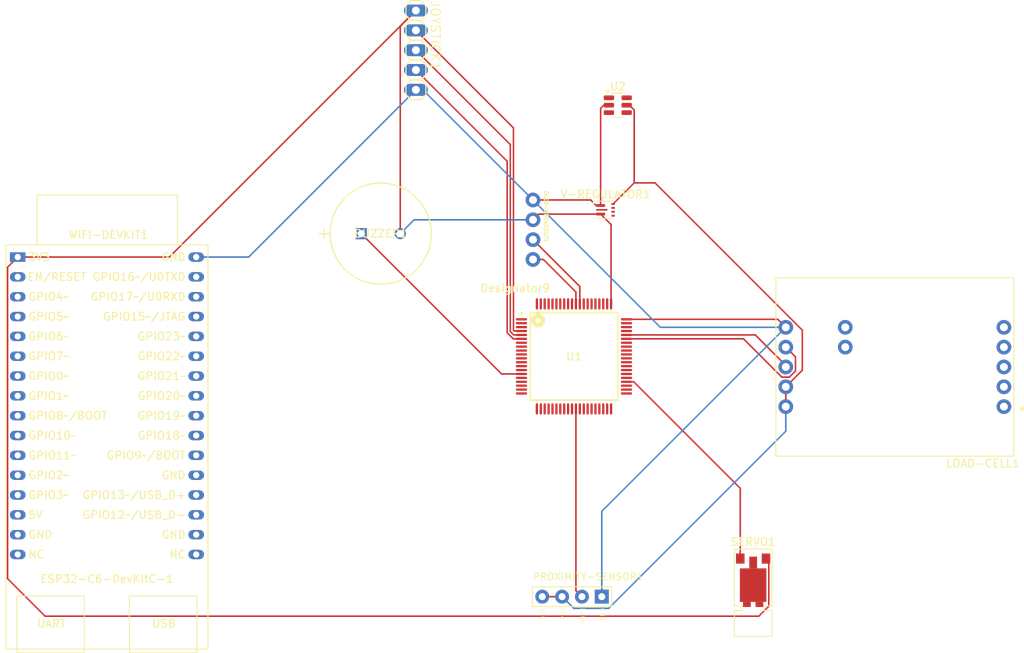
<source format=kicad_pcb>
(kicad_pcb (version 20241229) (generator "pcbnew") (generator_version "9.0")
  (layers (0 "F.Cu" signal) (2 "B.Cu" signal) (13 "F.Paste" user) (15 "B.Paste" user) (5 "F.SilkS" user "F.Silkscreen") (7 "B.SilkS" user "B.Silkscreen") (1 "F.Mask" user) (3 "B.Mask" user) (25 "Edge.Cuts" user))
  (net 0 "")
  (net 1 "Net-(U1-P8.0)")
  (net 2 "/SEL")
  (net 3 "/X")
  (net 4 "/Y")
  (net 5 "Net-(U1-P4.0_A8)")
  (net 6 "Net-(LOAD-CELL1-DAT)")
  (net 7 "Net-(LOAD-CELL1-CLK)")
  (net 15 "Net-(OLED-BREAKOUT1-SDA)")
  (net 16 "Net-(OLED-BREAKOUT1-SCL)")
  (net 17 "Net-(SERVO1-PWM)")
  (net 52 "/VCC")
  (net 53 "/GND")
  (net 54 "Net-(LOAD-CELL1-VCC)")
  (footprint "Motors:Vybronics_VZ30C1T8219732L" (layer "F.Cu") (at 166.2 134.475)
    (property "Reference" "SERVO1" (at 0 -6.5 0) (layer "F.SilkS"))
    (property "Value" "Motor_Servo")
    (fp_line (start -2.4 -5.55) (end -1.05 -5.55) (stroke (width 0.12)) (layer "F.SilkS"))
    (fp_line (start -2.4 -5.2) (end -2.4 -5.55) (stroke (width 0.12)) (layer "F.SilkS"))
    (fp_line (start -2.4 1.7) (end -2.4 -5.2) (stroke (width 0.12)) (layer "F.SilkS"))
    (fp_line (start -2.4 2.3) (end -1.4 2.3) (stroke (width 0.12)) (layer "F.SilkS"))
    (fp_line (start -2.4 5.6) (end -2.4 2.3) (stroke (width 0.12)) (layer "F.SilkS"))
    (fp_line (start -1.4 1.7) (end -2.4 1.7) (stroke (width 0.12)) (layer "F.SilkS"))
    (fp_line (start -1.4 2.3) (end -1.4 1.7) (stroke (width 0.12)) (layer "F.SilkS"))
    (fp_line (start -1.05 -5.6) (end 1.05 -5.6) (stroke (width 0.12)) (layer "F.SilkS"))
    (fp_line (start -1.05 -5.55) (end -1.05 -5.6) (stroke (width 0.12)) (layer "F.SilkS"))
    (fp_line (start 1.05 -5.6) (end 1.05 -5.55) (stroke (width 0.12)) (layer "F.SilkS"))
    (fp_line (start 1.05 -5.55) (end 2.4 -5.55) (stroke (width 0.12)) (layer "F.SilkS"))
    (fp_line (start 1.4 1.7) (end 1.4 2.3) (stroke (width 0.12)) (layer "F.SilkS"))
    (fp_line (start 1.4 2.3) (end 2.4 2.3) (stroke (width 0.12)) (layer "F.SilkS"))
    (fp_line (start 2.4 -5.55) (end 2.4 -5.2) (stroke (width 0.12)) (layer "F.SilkS"))
    (fp_line (start 2.4 -5.2) (end 2.4 1.7) (stroke (width 0.12)) (layer "F.SilkS"))
    (fp_line (start 2.4 1.7) (end 1.4 1.7) (stroke (width 0.12)) (layer "F.SilkS"))
    (fp_line (start 2.4 2.3) (end 2.4 5.6) (stroke (width 0.12)) (layer "F.SilkS"))
    (fp_line (start 2.4 5.6) (end -2.4 5.6) (stroke (width 0.12)) (layer "F.SilkS"))
    (pad "1" smd rect (at -1.65 -4.35 270) (size 1.3 1.1) (layers "F.Cu" "F.Mask" "F.Paste") (net 17 "Net-(SERVO1-PWM)"))
    (pad "2" smd rect (at 1.65 -4.35 270) (size 1.3 1.1) (layers "F.Cu" "F.Mask" "F.Paste") (net 52 "/VCC"))
    (pad "SH" smd rect (at -0.8 1.525) (size 1 0.65) (layers "F.Cu" "F.Mask" "F.Paste"))
    (pad "SH" smd rect (at 0 -3.85 270) (size 1.5 1) (layers "F.Cu" "F.Mask" "F.Paste"))
    (pad "SH" smd rect (at 0 -0.95 270) (size 4.3 3.4) (layers "F.Cu" "F.Mask"))
    (pad "SH" smd rect (at 0.8 1.525) (size 1 0.65) (layers "F.Cu" "F.Mask" "F.Paste"))
  )
  (footprint "Parts:SPARKFUN_SEN-13879" (layer "F.Cu") (at 184.35 105.58 180)
    (property "Reference" "LOAD-CELL1" (at -11.2657 -12.35574 0) (layer "F.SilkS") (effects (font (size 1.000063 1.000063))))
    (property "Value" "SEN-13879")
    (fp_line (start 15.24 11.43) (end -15.24 11.43) (stroke (width 0.127)) (layer "F.SilkS"))
    (fp_line (start 15.24 -11.43) (end 15.24 11.43) (stroke (width 0.127)) (layer "F.SilkS"))
    (fp_line (start -15.24 11.43) (end -15.24 -11.43) (stroke (width 0.127)) (layer "F.SilkS"))
    (fp_line (start -15.24 -11.43) (end 15.24 -11.43) (stroke (width 0.127)) (layer "F.SilkS"))
    (fp_circle (center -16.256 -5.334) (end -16.106 -5.334) (stroke (width 0.3)) (fill no) (layer "F.SilkS"))
    (pad "1" thru_hole circle (at -13.97 -5.08 180) (size 1.8796 1.8796) (drill 1.016) (layers "*.Cu" "*.Mask"))
    (pad "2" thru_hole circle (at -13.97 -2.54 180) (size 1.8796 1.8796) (drill 1.016) (layers "*.Cu" "*.Mask"))
    (pad "3" thru_hole circle (at -13.97 0 180) (size 1.8796 1.8796) (drill 1.016) (layers "*.Cu" "*.Mask"))
    (pad "4" thru_hole circle (at -13.97 2.54 180) (size 1.8796 1.8796) (drill 1.016) (layers "*.Cu" "*.Mask"))
    (pad "5" thru_hole circle (at -13.97 5.08 180) (size 1.8796 1.8796) (drill 1.016) (layers "*.Cu" "*.Mask"))
    (pad "6" thru_hole circle (at 13.97 5.08 180) (size 1.8796 1.8796) (drill 1.016) (layers "*.Cu" "*.Mask") (net 53 "/GND"))
    (pad "7" thru_hole circle (at 13.97 2.54 180) (size 1.8796 1.8796) (drill 1.016) (layers "*.Cu" "*.Mask") (net 7 "Net-(LOAD-CELL1-CLK)"))
    (pad "8" thru_hole circle (at 13.97 0 180) (size 1.8796 1.8796) (drill 1.016) (layers "*.Cu" "*.Mask") (net 6 "Net-(LOAD-CELL1-DAT)"))
    (pad "9" thru_hole circle (at 13.97 -2.54 180) (size 1.8796 1.8796) (drill 1.016) (layers "*.Cu" "*.Mask") (net 54 "Net-(LOAD-CELL1-VCC)"))
    (pad "10" thru_hole circle (at 13.97 -5.08 180) (size 1.8796 1.8796) (drill 1.016) (layers "*.Cu" "*.Mask") (net 54 "Net-(LOAD-CELL1-VCC)"))
    (pad "11" thru_hole circle (at 6.35 2.54 180) (size 1.8796 1.8796) (drill 1.016) (layers "*.Cu" "*.Mask"))
    (pad "12" thru_hole circle (at 6.35 5.08 180) (size 1.8796 1.8796) (drill 1.016) (layers "*.Cu" "*.Mask"))
  )
  (footprint "MSP430FR5994:PN0080A_N" (layer "F.Cu") (at 143.25 104.225001)
    (property "Reference" "U1" (at 0 0 0) (layer "F.SilkS"))
    (property "Value" "MSP430FR5994IPN")
    (fp_line (start -5.600001 -5.600001) (end 5.599999 -5.600001) (stroke (width 0.2)) (layer "F.SilkS"))
    (fp_line (start -5.600001 5.599999) (end -5.600001 -5.600001) (stroke (width 0.2)) (layer "F.SilkS"))
    (fp_line (start -5.600001 5.599999) (end 5.599999 5.599999) (stroke (width 0.2)) (layer "F.SilkS"))
    (fp_line (start 5.599999 5.599999) (end 5.599999 -5.600001) (stroke (width 0.2)) (layer "F.SilkS"))
    (fp_circle (center -6.725001 -5.449999) (end -6.6 -5.449999) (stroke (width 0.25)) (fill no) (layer "F.SilkS"))
    (fp_circle (center -4.600001 -4.600001) (end -4.300002 -4.600001) (stroke (width 0.6)) (fill no) (layer "F.SilkS"))
    (fp_text user "Designator9" (at -7.5438 -8.7376 0) (layer "F.SilkS"))
    (pad "1" smd oval (at -6.725001 -4.750001 90) (size 0.299999 1.45) (layers "F.Cu" "F.Mask" "F.Paste"))
    (pad "2" smd oval (at -6.725001 -4.250002 90) (size 0.299999 1.45) (layers "F.Cu" "F.Mask" "F.Paste"))
    (pad "3" smd oval (at -6.725001 -3.75 90) (size 0.299999 1.45) (layers "F.Cu" "F.Mask" "F.Paste"))
    (pad "4" smd oval (at -6.725001 -3.250001 90) (size 0.299999 1.45) (layers "F.Cu" "F.Mask" "F.Paste") (net 3 "/X"))
    (pad "5" smd oval (at -6.725001 -2.75 90) (size 0.299999 1.45) (layers "F.Cu" "F.Mask" "F.Paste") (net 4 "/Y"))
    (pad "6" smd oval (at -6.725001 -2.250001 90) (size 0.299999 1.45) (layers "F.Cu" "F.Mask" "F.Paste") (net 2 "/SEL"))
    (pad "7" smd oval (at -6.725001 -1.750002 90) (size 0.299999 1.45) (layers "F.Cu" "F.Mask" "F.Paste"))
    (pad "8" smd oval (at -6.725001 -1.25 90) (size 0.299999 1.45) (layers "F.Cu" "F.Mask" "F.Paste"))
    (pad "9" smd oval (at -6.725001 -0.750001 90) (size 0.299999 1.45) (layers "F.Cu" "F.Mask" "F.Paste"))
    (pad "10" smd oval (at -6.725001 -0.25 90) (size 0.299999 1.45) (layers "F.Cu" "F.Mask" "F.Paste"))
    (pad "11" smd oval (at -6.725001 0.25 90) (size 0.299999 1.45) (layers "F.Cu" "F.Mask" "F.Paste"))
    (pad "12" smd oval (at -6.725001 0.749998 90) (size 0.299999 1.45) (layers "F.Cu" "F.Mask" "F.Paste"))
    (pad "13" smd oval (at -6.725001 1.25 90) (size 0.299999 1.45) (layers "F.Cu" "F.Mask" "F.Paste"))
    (pad "14" smd oval (at -6.725001 1.749999 90) (size 0.299999 1.45) (layers "F.Cu" "F.Mask" "F.Paste"))
    (pad "15" smd oval (at -6.725001 2.250001 90) (size 0.299999 1.45) (layers "F.Cu" "F.Mask" "F.Paste") (net 1 "Net-(U1-P8.0)"))
    (pad "16" smd oval (at -6.725001 2.75 90) (size 0.299999 1.45) (layers "F.Cu" "F.Mask" "F.Paste"))
    (pad "17" smd oval (at -6.725001 3.249999 90) (size 0.299999 1.45) (layers "F.Cu" "F.Mask" "F.Paste"))
    (pad "18" smd oval (at -6.725001 3.75 90) (size 0.299999 1.45) (layers "F.Cu" "F.Mask" "F.Paste"))
    (pad "19" smd oval (at -6.725001 4.249999 90) (size 0.299999 1.45) (layers "F.Cu" "F.Mask" "F.Paste"))
    (pad "20" smd oval (at -6.725001 4.750001 90) (size 0.299999 1.45) (layers "F.Cu" "F.Mask" "F.Paste"))
    (pad "21" smd oval (at -4.750001 6.725001) (size 0.299999 1.45) (layers "F.Cu" "F.Mask" "F.Paste"))
    (pad "22" smd oval (at -4.250002 6.725001) (size 0.299999 1.45) (layers "F.Cu" "F.Mask" "F.Paste"))
    (pad "23" smd oval (at -3.75 6.725001) (size 0.299999 1.45) (layers "F.Cu" "F.Mask" "F.Paste"))
    (pad "24" smd oval (at -3.250001 6.725001) (size 0.299999 1.45) (layers "F.Cu" "F.Mask" "F.Paste"))
    (pad "25" smd oval (at -2.75 6.725001) (size 0.299999 1.45) (layers "F.Cu" "F.Mask" "F.Paste"))
    (pad "26" smd oval (at -2.250001 6.725001) (size 0.299999 1.45) (layers "F.Cu" "F.Mask" "F.Paste"))
    (pad "27" smd oval (at -1.750002 6.725001) (size 0.299999 1.45) (layers "F.Cu" "F.Mask" "F.Paste"))
    (pad "28" smd oval (at -1.25 6.725001) (size 0.299999 1.45) (layers "F.Cu" "F.Mask" "F.Paste"))
    (pad "29" smd oval (at -0.750001 6.725001) (size 0.299999 1.45) (layers "F.Cu" "F.Mask" "F.Paste"))
    (pad "30" smd oval (at -0.25 6.725001) (size 0.299999 1.45) (layers "F.Cu" "F.Mask" "F.Paste"))
    (pad "31" smd oval (at 0.25 6.725001) (size 0.299999 1.45) (layers "F.Cu" "F.Mask" "F.Paste") (net 5 "Net-(U1-P4.0_A8)"))
    (pad "32" smd oval (at 0.749998 6.725001) (size 0.299999 1.45) (layers "F.Cu" "F.Mask" "F.Paste"))
    (pad "33" smd oval (at 1.25 6.725001) (size 0.299999 1.45) (layers "F.Cu" "F.Mask" "F.Paste"))
    (pad "34" smd oval (at 1.749999 6.725001) (size 0.299999 1.45) (layers "F.Cu" "F.Mask" "F.Paste"))
    (pad "35" smd oval (at 2.250001 6.725001) (size 0.299999 1.45) (layers "F.Cu" "F.Mask" "F.Paste"))
    (pad "36" smd oval (at 2.75 6.725001) (size 0.299999 1.45) (layers "F.Cu" "F.Mask" "F.Paste"))
    (pad "37" smd oval (at 3.249999 6.725001) (size 0.299999 1.45) (layers "F.Cu" "F.Mask" "F.Paste"))
    (pad "38" smd oval (at 3.75 6.725001) (size 0.299999 1.45) (layers "F.Cu" "F.Mask" "F.Paste"))
    (pad "39" smd oval (at 4.249999 6.725001) (size 0.299999 1.45) (layers "F.Cu" "F.Mask" "F.Paste"))
    (pad "40" smd oval (at 4.750001 6.725001) (size 0.299999 1.45) (layers "F.Cu" "F.Mask" "F.Paste"))
    (pad "41" smd oval (at 6.725001 4.750001 90) (size 0.299999 1.45) (layers "F.Cu" "F.Mask" "F.Paste"))
    (pad "42" smd oval (at 6.725001 4.249999 90) (size 0.299999 1.45) (layers "F.Cu" "F.Mask" "F.Paste"))
    (pad "43" smd oval (at 6.725001 3.75 90) (size 0.299999 1.45) (layers "F.Cu" "F.Mask" "F.Paste"))
    (pad "44" smd oval (at 6.725001 3.249999 90) (size 0.299999 1.45) (layers "F.Cu" "F.Mask" "F.Paste") (net 17 "Net-(SERVO1-PWM)"))
    (pad "45" smd oval (at 6.725001 2.75 90) (size 0.299999 1.45) (layers "F.Cu" "F.Mask" "F.Paste"))
    (pad "46" smd oval (at 6.725001 2.250001 90) (size 0.299999 1.45) (layers "F.Cu" "F.Mask" "F.Paste"))
    (pad "47" smd oval (at 6.725001 1.749999 90) (size 0.299999 1.45) (layers "F.Cu" "F.Mask" "F.Paste"))
    (pad "48" smd oval (at 6.725001 1.25 90) (size 0.299999 1.45) (layers "F.Cu" "F.Mask" "F.Paste"))
    (pad "49" smd oval (at 6.725001 0.749998 90) (size 0.299999 1.45) (layers "F.Cu" "F.Mask" "F.Paste"))
    (pad "50" smd oval (at 6.725001 0.25 90) (size 0.299999 1.45) (layers "F.Cu" "F.Mask" "F.Paste"))
    (pad "51" smd oval (at 6.725001 -0.25 90) (size 0.299999 1.45) (layers "F.Cu" "F.Mask" "F.Paste"))
    (pad "52" smd oval (at 6.725001 -0.750001 90) (size 0.299999 1.45) (layers "F.Cu" "F.Mask" "F.Paste"))
    (pad "53" smd oval (at 6.725001 -1.25 90) (size 0.299999 1.45) (layers "F.Cu" "F.Mask" "F.Paste"))
    (pad "54" smd oval (at 6.725001 -1.750002 90) (size 0.299999 1.45) (layers "F.Cu" "F.Mask" "F.Paste"))
    (pad "55" smd oval (at 6.725001 -2.250001 90) (size 0.299999 1.45) (layers "F.Cu" "F.Mask" "F.Paste") (net 7 "Net-(LOAD-CELL1-CLK)"))
    (pad "56" smd oval (at 6.725001 -2.75 90) (size 0.299999 1.45) (layers "F.Cu" "F.Mask" "F.Paste") (net 6 "Net-(LOAD-CELL1-DAT)"))
    (pad "57" smd oval (at 6.725001 -3.250001 90) (size 0.299999 1.45) (layers "F.Cu" "F.Mask" "F.Paste"))
    (pad "58" smd oval (at 6.725001 -3.75 90) (size 0.299999 1.45) (layers "F.Cu" "F.Mask" "F.Paste"))
    (pad "59" smd oval (at 6.725001 -4.250002 90) (size 0.299999 1.45) (layers "F.Cu" "F.Mask" "F.Paste"))
    (pad "60" smd oval (at 6.725001 -4.750001 90) (size 0.299999 1.45) (layers "F.Cu" "F.Mask" "F.Paste") (net 53 "/GND"))
    (pad "61" smd oval (at 4.750001 -6.725001) (size 0.299999 1.45) (layers "F.Cu" "F.Mask" "F.Paste") (net 52 "/VCC"))
    (pad "62" smd oval (at 4.249999 -6.725001) (size 0.299999 1.45) (layers "F.Cu" "F.Mask" "F.Paste"))
    (pad "63" smd oval (at 3.75 -6.725001) (size 0.299999 1.45) (layers "F.Cu" "F.Mask" "F.Paste"))
    (pad "64" smd oval (at 3.249999 -6.725001) (size 0.299999 1.45) (layers "F.Cu" "F.Mask" "F.Paste"))
    (pad "65" smd oval (at 2.75 -6.725001) (size 0.299999 1.45) (layers "F.Cu" "F.Mask" "F.Paste"))
    (pad "66" smd oval (at 2.250001 -6.725001) (size 0.299999 1.45) (layers "F.Cu" "F.Mask" "F.Paste"))
    (pad "67" smd oval (at 1.749999 -6.725001) (size 0.299999 1.45) (layers "F.Cu" "F.Mask" "F.Paste"))
    (pad "68" smd oval (at 1.25 -6.725001) (size 0.299999 1.45) (layers "F.Cu" "F.Mask" "F.Paste"))
    (pad "69" smd oval (at 0.749998 -6.725001) (size 0.299999 1.45) (layers "F.Cu" "F.Mask" "F.Paste") (net 15 "Net-(OLED-BREAKOUT1-SDA)"))
    (pad "70" smd oval (at 0.25 -6.725001) (size 0.299999 1.45) (layers "F.Cu" "F.Mask" "F.Paste") (net 16 "Net-(OLED-BREAKOUT1-SCL)"))
    (pad "71" smd oval (at -0.25 -6.725001) (size 0.299999 1.45) (layers "F.Cu" "F.Mask" "F.Paste"))
    (pad "72" smd oval (at -0.750001 -6.725001) (size 0.299999 1.45) (layers "F.Cu" "F.Mask" "F.Paste"))
    (pad "73" smd oval (at -1.25 -6.725001) (size 0.299999 1.45) (layers "F.Cu" "F.Mask" "F.Paste"))
    (pad "74" smd oval (at -1.750002 -6.725001) (size 0.299999 1.45) (layers "F.Cu" "F.Mask" "F.Paste"))
    (pad "75" smd oval (at -2.250001 -6.725001) (size 0.299999 1.45) (layers "F.Cu" "F.Mask" "F.Paste"))
    (pad "76" smd oval (at -2.75 -6.725001) (size 0.299999 1.45) (layers "F.Cu" "F.Mask" "F.Paste"))
    (pad "77" smd oval (at -3.250001 -6.725001) (size 0.299999 1.45) (layers "F.Cu" "F.Mask" "F.Paste"))
    (pad "78" smd oval (at -3.75 -6.725001) (size 0.299999 1.45) (layers "F.Cu" "F.Mask" "F.Paste"))
    (pad "79" smd oval (at -4.250002 -6.725001) (size 0.299999 1.45) (layers "F.Cu" "F.Mask" "F.Paste"))
    (pad "80" smd oval (at -4.750001 -6.725001) (size 0.299999 1.45) (layers "F.Cu" "F.Mask" "F.Paste"))
  )
  (footprint "Package_DFN_QFN:Texas_RWU0007A_VQFN-7_2x2mm_P0.5mm" (layer "F.Cu") (at 147.288 85.45)
    (property "Reference" "V-REGULATOR1" (at 0 -2 0) (layer "F.SilkS"))
    (property "Value" "TPS61022")
    (fp_line (start -1 -1.11) (end 1 -1.11) (stroke (width 0.12)) (layer "F.SilkS"))
    (fp_line (start 1 1.11) (end -1 1.11) (stroke (width 0.12)) (layer "F.SilkS"))
    (fp_poly (pts (xy -1.4 -0.84) (xy -1.68 -0.84) (xy -1.4 -1.12) (xy -1.4 -0.84)) (stroke (width 0.12)) (fill yes) (layer "F.SilkS"))
    (pad "1" smd roundrect (at -0.625 -0.55) (size 1.15 0.35) (layers "F.Cu" "F.Mask") (net 53 "/GND"))
    (pad "2" smd roundrect (at -0.475 0) (size 1.45 0.2) (layers "F.Cu" "F.Mask"))
    (pad "3" smd roundrect (at -0.625 0.55) (size 1.15 0.35) (layers "F.Cu" "F.Mask") (net 52 "/VCC"))
    (pad "4" smd roundrect (at 0.975 0.75) (size 0.45 0.25) (layers "F.Cu" "F.Mask" "F.Paste"))
    (pad "5" smd roundrect (at 0.975 0.25) (size 0.45 0.25) (layers "F.Cu" "F.Mask" "F.Paste"))
    (pad "6" smd roundrect (at 0.975 -0.25) (size 0.45 0.25) (layers "F.Cu" "F.Mask" "F.Paste"))
    (pad "7" smd roundrect (at 0.975 -0.75) (size 0.45 0.25) (layers "F.Cu" "F.Mask" "F.Paste") (net 54 "Net-(LOAD-CELL1-VCC)"))
  )
  (footprint "Package_TO_SOT_SMD:SOT-23-6" (layer "F.Cu") (at 148.8625 72.05)
    (property "Reference" "U2" (at 0 -2.4 0) (layer "F.SilkS"))
    (property "Value" "TPS2513")
    (fp_line (start 0 -1.56) (end -0.8 -1.56) (stroke (width 0.12)) (layer "F.SilkS"))
    (fp_line (start 0 -1.56) (end 0.8 -1.56) (stroke (width 0.12)) (layer "F.SilkS"))
    (fp_line (start 0 1.56) (end -0.8 1.56) (stroke (width 0.12)) (layer "F.SilkS"))
    (fp_line (start 0 1.56) (end 0.8 1.56) (stroke (width 0.12)) (layer "F.SilkS"))
    (fp_poly (pts (xy -1.3 -1.51) (xy -1.54 -1.84) (xy -1.06 -1.84) (xy -1.3 -1.51)) (stroke (width 0.12)) (fill yes) (layer "F.SilkS"))
    (pad "1" smd roundrect (at -1.1375 -0.95) (size 1.325 0.6) (layers "F.Cu" "F.Mask" "F.Paste"))
    (pad "2" smd roundrect (at -1.1375 0) (size 1.325 0.6) (layers "F.Cu" "F.Mask" "F.Paste") (net 53 "/GND"))
    (pad "3" smd roundrect (at -1.1375 0.95) (size 1.325 0.6) (layers "F.Cu" "F.Mask" "F.Paste"))
    (pad "4" smd roundrect (at 1.1375 0.95) (size 1.325 0.6) (layers "F.Cu" "F.Mask" "F.Paste"))
    (pad "5" smd roundrect (at 1.1375 0) (size 1.325 0.6) (layers "F.Cu" "F.Mask" "F.Paste") (net 54 "Net-(LOAD-CELL1-VCC)"))
    (pad "6" smd roundrect (at 1.1375 -0.95) (size 1.325 0.6) (layers "F.Cu" "F.Mask" "F.Paste"))
  )
  (footprint "Parts:XTAL_PS1240P02BT_TDK" (layer "F.Cu") (at 116 88.5)
    (property "Reference" "BUZZER1" (at 2.5 0 0) (layer "F.SilkS"))
    (property "Value" "PS1240P02BT")
    (fp_line (start -5.374 0) (end -4.104 0) (stroke (width 0.1524)) (layer "F.SilkS"))
    (fp_line (start -4.739 -0.635) (end -4.739 0.635) (stroke (width 0.1524)) (layer "F.SilkS"))
    (fp_circle (center 2.5 0) (end 8.977 0) (stroke (width 0.1524)) (fill no) (layer "F.SilkS"))
    (pad "1" thru_hole rect (at 0 0) (size 1.4224 1.4224) (drill 0.9144) (layers "*.Cu" "*.Mask") (net 1 "Net-(U1-P8.0)"))
    (pad "2" thru_hole circle (at 5 0) (size 1.4224 1.4224) (drill 0.9144) (layers "*.Cu" "*.Mask") (net 52 "/VCC"))
  )
  (footprint "Ultrasonic Sensor HC-SR04:HC-SR04_FOOTPRINT" (layer "F.Cu") (at 143 135 -90)
    (property "Reference" "PROXIMITY-SENSOR1" (at -2.032 5.08 0) (layer "F.SilkS") (effects (font (size 0.89408 0.89408) (thickness 0.12192)) (justify left bottom)))
    (property "Value" "~")
    (fp_line (start -1.27 5.08) (end 1.27 5.08) (stroke (width 0.127)) (layer "F.SilkS"))
    (fp_line (start 1.27 5.08) (end 1.27 -5.08) (stroke (width 0.127)) (layer "F.SilkS"))
    (fp_line (start -1.27 -5.08) (end -1.27 5.08) (stroke (width 0.127)) (layer "F.SilkS"))
    (fp_line (start 1.27 -5.08) (end -1.27 -5.08) (stroke (width 0.127)) (layer "F.SilkS"))
    (fp_text user "Echo" (at 1.397 -1.016 270) (layer "F.SilkS") (effects (font (size 0.560832 0.560832) (thickness 0.048768)) (justify left bottom)))
    (fp_text user "GND" (at 1.397 -3.556 270) (layer "F.SilkS") (effects (font (size 0.560832 0.560832) (thickness 0.048768)) (justify left bottom)))
    (fp_text user "Trig" (at 1.397 1.524 270) (layer "F.SilkS") (effects (font (size 0.560832 0.560832) (thickness 0.048768)) (justify left bottom)))
    (fp_text user "VCC" (at 1.397 4.064 270) (layer "F.SilkS") (effects (font (size 0.560832 0.560832) (thickness 0.048768)) (justify left bottom)))
    (pad "ECHO" thru_hole circle (at 0 -1.27 270) (size 1.778 1.778) (drill 0.9) (layers "*.Cu" "*.Mask") (net 5 "Net-(U1-P4.0_A8)"))
    (pad "GND" thru_hole rect (at 0 -3.81 270) (size 1.778 1.778) (drill 0.9) (layers "*.Cu" "*.Mask") (net 53 "/GND"))
    (pad "TRIG" thru_hole circle (at 0 1.27 270) (size 1.778 1.778) (drill 0.9) (layers "*.Cu" "*.Mask") (net 54 "Net-(LOAD-CELL1-VCC)"))
    (pad "VCC" thru_hole circle (at 0 3.81 270) (size 1.778 1.778) (drill 0.9) (layers "*.Cu" "*.Mask") (net 54 "Net-(LOAD-CELL1-VCC)"))
  )
  (footprint "Parts:1X05" (layer "F.Cu") (at 123 65 -90)
    (property "Reference" "JOYSTICK1" (at -6.4262 -1.8288 270) (layer "F.SilkS") (effects (font (size 1.143 1.143) (thickness 0.127)) (justify left bottom)))
    (property "Value" "~" (hide yes))
    (fp_line (start -4.445 1.27) (end -5.715 1.27) (stroke (width 0.1524)) (layer "F.SilkS"))
    (fp_line (start -3.175 1.27) (end -3.81 0.635) (stroke (width 0.1524)) (layer "F.SilkS"))
    (fp_line (start -1.905 1.27) (end -3.175 1.27) (stroke (width 0.1524)) (layer "F.SilkS"))
    (fp_line (start -0.635 1.27) (end -1.27 0.635) (stroke (width 0.1524)) (layer "F.SilkS"))
    (fp_line (start 0.635 1.27) (end -0.635 1.27) (stroke (width 0.1524)) (layer "F.SilkS"))
    (fp_line (start 3.175 1.27) (end 1.905 1.27) (stroke (width 0.1524)) (layer "F.SilkS"))
    (fp_line (start 5.715 1.27) (end 4.445 1.27) (stroke (width 0.1524)) (layer "F.SilkS"))
    (fp_line (start -6.35 0.635) (end -5.715 1.27) (stroke (width 0.1524)) (layer "F.SilkS"))
    (fp_line (start -3.81 0.635) (end -4.445 1.27) (stroke (width 0.1524)) (layer "F.SilkS"))
    (fp_line (start -1.27 0.635) (end -1.905 1.27) (stroke (width 0.1524)) (layer "F.SilkS"))
    (fp_line (start 1.27 0.635) (end 0.635 1.27) (stroke (width 0.1524)) (layer "F.SilkS"))
    (fp_line (start 1.27 0.635) (end 1.905 1.27) (stroke (width 0.1524)) (layer "F.SilkS"))
    (fp_line (start 3.81 0.635) (end 3.175 1.27) (stroke (width 0.1524)) (layer "F.SilkS"))
    (fp_line (start 3.81 0.635) (end 4.445 1.27) (stroke (width 0.1524)) (layer "F.SilkS"))
    (fp_line (start 6.35 0.635) (end 5.715 1.27) (stroke (width 0.1524)) (layer "F.SilkS"))
    (fp_line (start -6.35 -0.635) (end -6.35 0.635) (stroke (width 0.1524)) (layer "F.SilkS"))
    (fp_line (start -3.81 -0.635) (end -3.81 0.635) (stroke (width 0.1524)) (layer "F.SilkS"))
    (fp_line (start -3.81 -0.635) (end -3.175 -1.27) (stroke (width 0.1524)) (layer "F.SilkS"))
    (fp_line (start -1.27 -0.635) (end -1.27 0.635) (stroke (width 0.1524)) (layer "F.SilkS"))
    (fp_line (start -1.27 -0.635) (end -0.635 -1.27) (stroke (width 0.1524)) (layer "F.SilkS"))
    (fp_line (start 1.27 -0.635) (end 1.27 0.635) (stroke (width 0.1524)) (layer "F.SilkS"))
    (fp_line (start 3.81 -0.635) (end 3.81 0.635) (stroke (width 0.1524)) (layer "F.SilkS"))
    (fp_line (start 6.35 -0.635) (end 6.35 0.635) (stroke (width 0.1524)) (layer "F.SilkS"))
    (fp_line (start -5.715 -1.27) (end -6.35 -0.635) (stroke (width 0.1524)) (layer "F.SilkS"))
    (fp_line (start -5.715 -1.27) (end -4.445 -1.27) (stroke (width 0.1524)) (layer "F.SilkS"))
    (fp_line (start -4.445 -1.27) (end -3.81 -0.635) (stroke (width 0.1524)) (layer "F.SilkS"))
    (fp_line (start -3.175 -1.27) (end -1.905 -1.27) (stroke (width 0.1524)) (layer "F.SilkS"))
    (fp_line (start -1.905 -1.27) (end -1.27 -0.635) (stroke (width 0.1524)) (layer "F.SilkS"))
    (fp_line (start -0.635 -1.27) (end 0.635 -1.27) (stroke (width 0.1524)) (layer "F.SilkS"))
    (fp_line (start 0.635 -1.27) (end 1.27 -0.635) (stroke (width 0.1524)) (layer "F.SilkS"))
    (fp_line (start 1.905 -1.27) (end 1.27 -0.635) (stroke (width 0.1524)) (layer "F.SilkS"))
    (fp_line (start 1.905 -1.27) (end 3.175 -1.27) (stroke (width 0.1524)) (layer "F.SilkS"))
    (fp_line (start 3.175 -1.27) (end 3.81 -0.635) (stroke (width 0.1524)) (layer "F.SilkS"))
    (fp_line (start 4.445 -1.27) (end 3.81 -0.635) (stroke (width 0.1524)) (layer "F.SilkS"))
    (fp_line (start 4.445 -1.27) (end 5.715 -1.27) (stroke (width 0.1524)) (layer "F.SilkS"))
    (fp_line (start 5.715 -1.27) (end 6.35 -0.635) (stroke (width 0.1524)) (layer "F.SilkS"))
    (pad "1" thru_hole oval (at -5.08 0) (size 3.048 1.524) (drill 1.016) (layers "*.Cu" "*.Mask") (net 52 "/VCC"))
    (pad "2" thru_hole oval (at -2.54 0) (size 3.048 1.524) (drill 1.016) (layers "*.Cu" "*.Mask") (net 3 "/X"))
    (pad "3" thru_hole oval (at 0 0) (size 3.048 1.524) (drill 1.016) (layers "*.Cu" "*.Mask") (net 4 "/Y"))
    (pad "4" thru_hole oval (at 2.54 0) (size 3.048 1.524) (drill 1.016) (layers "*.Cu" "*.Mask") (net 2 "/SEL"))
    (pad "5" thru_hole oval (at 5.08 0) (size 3.048 1.524) (drill 1.016) (layers "*.Cu" "*.Mask") (net 53 "/GND"))
  )
  (footprint "Espressif:ESP32-C6-DevKitC-1" (layer "F.Cu") (at 72 91.5)
    (property "Reference" "WIFI-DEVKIT1" (at 11.6078 -2.8448 0) (layer "F.SilkS"))
    (property "Value" "ESP32-C6-DevKitC-1" (at 11.43 41.2242 180) (layer "F.SilkS"))
    (fp_line (start -1.5 -1.575) (end -1.5 50.225) (stroke (width 0.12)) (layer "F.SilkS"))
    (fp_line (start -1.5 50.225) (end 24.359999 50.225) (stroke (width 0.12)) (layer "F.SilkS"))
    (fp_line (start 2.46012 -7.94532) (end 20.44332 -7.94532) (stroke (width 0.12)) (layer "F.SilkS"))
    (fp_line (start 2.46012 -1.59532) (end 2.46012 -7.94532) (stroke (width 0.12)) (layer "F.SilkS"))
    (fp_line (start 20.44332 -7.94532) (end 20.44332 -1.59532) (stroke (width 0.12)) (layer "F.SilkS"))
    (fp_line (start 24.359999 50.225) (end 24.36 -1.575) (stroke (width 0.12)) (layer "F.SilkS"))
    (fp_line (start 24.36 -1.575) (end -1.499999 -1.575) (stroke (width 0.12)) (layer "F.SilkS"))
    (fp_rect (start -0.0998 43.4086) (end 8.5362 50.6984) (stroke (width 0.12)) (fill no) (layer "F.SilkS"))
    (fp_rect (start 14.3002 43.4086) (end 22.9362 50.6984) (stroke (width 0.12)) (fill no) (layer "F.SilkS"))
    (fp_text user "GPIO7~" (at 1.27 12.7 0) (layer "F.SilkS") (effects (justify left)))
    (fp_text user "GPIO12~/USB_D-" (at 21.59 33.02 0) (layer "F.SilkS") (effects (justify right)))
    (fp_text user "3V3" (at 1.27 0 0) (layer "F.SilkS") (effects (justify left)))
    (fp_text user "GND" (at 21.59 0 0) (layer "F.SilkS") (effects (justify right)))
    (fp_text user "GPIO17~/U0RXD" (at 21.59 5.08 0) (layer "F.SilkS") (effects (justify right)))
    (fp_text user "UART" (at 4.3198 47.5234 0) (layer "F.SilkS") (effects (justify bottom)))
    (fp_text user "GPIO18~" (at 21.59 22.86 0) (layer "F.SilkS") (effects (justify right)))
    (fp_text user "GPIO2~" (at 1.27 27.94 0) (layer "F.SilkS") (effects (justify left)))
    (fp_text user "NC" (at 1.27 38.1 0) (layer "F.SilkS") (effects (justify left)))
    (fp_text user "GPIO0~" (at 1.27 15.24 0) (layer "F.SilkS") (effects (justify left)))
    (fp_text user "GND" (at 1.27 35.56 0) (layer "F.SilkS") (effects (justify left)))
    (fp_text user "GPIO20~" (at 21.59 17.78 0) (layer "F.SilkS") (effects (justify right)))
    (fp_text user "GPIO16~/U0TXD" (at 21.59 2.54 0) (layer "F.SilkS") (effects (justify right)))
    (fp_text user "GPIO5~" (at 1.27 7.62 0) (layer "F.SilkS") (effects (justify left)))
    (fp_text user "NC" (at 21.59 38.1 0) (layer "F.SilkS") (effects (justify right)))
    (fp_text user "GPIO10~" (at 1.27 22.86 0) (layer "F.SilkS") (effects (justify left)))
    (fp_text user "GND" (at 21.59 27.94 0) (layer "F.SilkS") (effects (justify right)))
    (fp_text user "GPIO15~/JTAG" (at 21.59 7.62 0) (layer "F.SilkS") (effects (justify right)))
    (fp_text user "GPIO13~/USB_D+" (at 21.59 30.48 0) (layer "F.SilkS") (effects (justify right)))
    (fp_text user "GPIO9~/BOOT" (at 21.59 25.4 0) (layer "F.SilkS") (effects (justify right)))
    (fp_text user "GPIO23~" (at 21.59 10.16 0) (layer "F.SilkS") (effects (justify right)))
    (fp_text user "GPIO8~/BOOT" (at 1.27 20.32 0) (layer "F.SilkS") (effects (justify left)))
    (fp_text user "GPIO22~" (at 21.59 12.7 0) (layer "F.SilkS") (effects (justify right)))
    (fp_text user "GND" (at 21.59 35.56 0) (layer "F.SilkS") (effects (justify right)))
    (fp_text user "GPIO4~" (at 1.27 5.08 0) (layer "F.SilkS") (effects (justify left)))
    (fp_text user "GPIO3~" (at 1.27 30.48 0) (layer "F.SilkS") (effects (justify left)))
    (fp_text user "5V" (at 1.27 33.02 0) (layer "F.SilkS") (effects (justify left)))
    (fp_text user "GPIO1~" (at 1.27 17.78 0) (layer "F.SilkS") (effects (justify left)))
    (fp_text user "GPIO6~" (at 1.27 10.16 0) (layer "F.SilkS") (effects (justify left)))
    (fp_text user "GPIO19~" (at 21.59 20.32 0) (layer "F.SilkS") (effects (justify right)))
    (fp_text user "GPIO21~" (at 21.59 15.24 0) (layer "F.SilkS") (effects (justify right)))
    (fp_text user "EN/RESET" (at 8.88632 2.54 0) (layer "F.SilkS") (effects (justify right)))
    (fp_text user "GPIO11~" (at 1.27 25.4 0) (layer "F.SilkS") (effects (justify left)))
    (fp_text user "USB" (at 18.7198 47.5234 0) (layer "F.SilkS") (effects (justify bottom)))
    (pad "1" thru_hole rect (at 0 0 270) (size 1.2 2) (drill 0.8) (layers "*.Cu" "*.Mask") (net 52 "/VCC"))
    (pad "2" thru_hole oval (at 0 2.54 270) (size 1.2 2) (drill 0.8) (layers "*.Cu" "*.Mask"))
    (pad "3" thru_hole oval (at 0 5.08 270) (size 1.2 2) (drill 0.8) (layers "*.Cu" "*.Mask"))
    (pad "4" thru_hole oval (at 0 7.62 270) (size 1.2 2) (drill 0.8) (layers "*.Cu" "*.Mask"))
    (pad "5" thru_hole oval (at 0 10.16 270) (size 1.2 2) (drill 0.8) (layers "*.Cu" "*.Mask"))
    (pad "6" thru_hole oval (at 0 12.7 270) (size 1.2 2) (drill 0.8) (layers "*.Cu" "*.Mask"))
    (pad "7" thru_hole oval (at 0 15.24 270) (size 1.2 2) (drill 0.8) (layers "*.Cu" "*.Mask"))
    (pad "8" thru_hole oval (at 0 17.78 270) (size 1.2 2) (drill 0.8) (layers "*.Cu" "*.Mask"))
    (pad "9" thru_hole oval (at 0 20.32 270) (size 1.2 2) (drill 0.8) (layers "*.Cu" "*.Mask"))
    (pad "10" thru_hole oval (at 0 22.86 270) (size 1.2 2) (drill 0.8) (layers "*.Cu" "*.Mask"))
    (pad "11" thru_hole oval (at 0 25.4 270) (size 1.2 2) (drill 0.8) (layers "*.Cu" "*.Mask"))
    (pad "12" thru_hole oval (at 0 27.94 270) (size 1.2 2) (drill 0.8) (layers "*.Cu" "*.Mask"))
    (pad "13" thru_hole oval (at 0 30.48 270) (size 1.2 2) (drill 0.8) (layers "*.Cu" "*.Mask"))
    (pad "14" thru_hole oval (at 0 33.02 270) (size 1.2 2) (drill 0.8) (layers "*.Cu" "*.Mask"))
    (pad "15" thru_hole oval (at 0 35.56 270) (size 1.2 2) (drill 0.8) (layers "*.Cu" "*.Mask"))
    (pad "16" thru_hole oval (at 0 38.1 270) (size 1.2 2) (drill 0.8) (layers "*.Cu" "*.Mask"))
    (pad "17" thru_hole oval (at 22.86 38.1 270) (size 1.2 2) (drill 0.8) (layers "*.Cu" "*.Mask"))
    (pad "18" thru_hole oval (at 22.86 35.56 270) (size 1.2 2) (drill 0.8) (layers "*.Cu" "*.Mask"))
    (pad "19" thru_hole oval (at 22.86 33.02 270) (size 1.2 2) (drill 0.8) (layers "*.Cu" "*.Mask"))
    (pad "20" thru_hole oval (at 22.86 30.48 270) (size 1.2 2) (drill 0.8) (layers "*.Cu" "*.Mask"))
    (pad "21" thru_hole oval (at 22.86 27.94 270) (size 1.2 2) (drill 0.8) (layers "*.Cu" "*.Mask"))
    (pad "22" thru_hole oval (at 22.86 25.4 270) (size 1.2 2) (drill 0.8) (layers "*.Cu" "*.Mask"))
    (pad "23" thru_hole oval (at 22.86 22.86 270) (size 1.2 2) (drill 0.8) (layers "*.Cu" "*.Mask"))
    (pad "24" thru_hole oval (at 22.86 20.32 270) (size 1.2 2) (drill 0.8) (layers "*.Cu" "*.Mask"))
    (pad "25" thru_hole oval (at 22.86 17.78 270) (size 1.2 2) (drill 0.8) (layers "*.Cu" "*.Mask"))
    (pad "26" thru_hole oval (at 22.86 15.24 270) (size 1.2 2) (drill 0.8) (layers "*.Cu" "*.Mask"))
    (pad "27" thru_hole oval (at 22.86 12.7 270) (size 1.2 2) (drill 0.8) (layers "*.Cu" "*.Mask"))
    (pad "28" thru_hole oval (at 22.86 10.16 270) (size 1.2 2) (drill 0.8) (layers "*.Cu" "*.Mask"))
    (pad "29" thru_hole oval (at 22.86 7.62 270) (size 1.2 2) (drill 0.8) (layers "*.Cu" "*.Mask"))
    (pad "30" thru_hole oval (at 22.86 5.08 270) (size 1.2 2) (drill 0.8) (layers "*.Cu" "*.Mask"))
    (pad "31" thru_hole oval (at 22.86 2.54 270) (size 1.2 2) (drill 0.8) (layers "*.Cu" "*.Mask"))
    (pad "32" thru_hole oval (at 22.86 0 270) (size 1.2 2) (drill 0.8) (layers "*.Cu" "*.Mask") (net 53 "/GND"))
  )
  (footprint "Qwiic_OLED_1.3in:SPARKX_1X04_NO_SILK" (layer "F.Cu") (at 138 84.19 -90)
    (property "Reference" "OLED-BREAKOUT1" (at -1.27 -1.397 270) (layer "F.SilkS") (effects (font (size 0.48768 0.48768) (thickness 0.12192)) (justify left bottom)))
    (property "Value" "~")
    (pad "1" thru_hole circle (at 0 0) (size 1.8796 1.8796) (drill 1.016) (layers "*.Cu" "*.Mask") (net 53 "/GND"))
    (pad "2" thru_hole circle (at 2.54 0) (size 1.8796 1.8796) (drill 1.016) (layers "*.Cu" "*.Mask") (net 52 "/VCC"))
    (pad "3" thru_hole circle (at 5.08 0) (size 1.8796 1.8796) (drill 1.016) (layers "*.Cu" "*.Mask") (net 15 "Net-(OLED-BREAKOUT1-SDA)"))
    (pad "4" thru_hole circle (at 7.62 0) (size 1.8796 1.8796) (drill 1.016) (layers "*.Cu" "*.Mask") (net 16 "Net-(OLED-BREAKOUT1-SCL)"))
  )
  (segment (start 133.975002 106.475002) (end 136.524999 106.475002) (width 0.2) (layer "F.Cu") (net 1))
  (segment (start 116 88.5) (end 133.975002 106.475002) (width 0.2) (layer "F.Cu") (net 1))
  (segment (start 135.465799 101.975) (end 136.524999 101.975) (width 0.2) (layer "F.Cu") (net 2))
  (segment (start 134.696999 101.2062) (end 135.465799 101.975) (width 0.2) (layer "F.Cu") (net 2))
  (segment (start 134.696999 79.236999) (end 134.696999 101.2062) (width 0.2) (layer "F.Cu") (net 2))
  (segment (start 123 67.54) (end 134.696999 79.236999) (width 0.2) (layer "F.Cu") (net 2))
  (segment (start 135.498999 100.874) (end 135.599999 100.975) (width 0.2) (layer "F.Cu") (net 3))
  (segment (start 135.599999 100.975) (end 136.524999 100.975) (width 0.2) (layer "F.Cu") (net 3))
  (segment (start 123 62.46) (end 135.498999 74.958999) (width 0.2) (layer "F.Cu") (net 3))
  (segment (start 135.498999 74.958999) (end 135.498999 100.874) (width 0.2) (layer "F.Cu") (net 3))
  (segment (start 123 65) (end 135.097999 77.097999) (width 0.2) (layer "F.Cu") (net 4))
  (segment (start 135.097999 77.097999) (end 135.097999 101.0401) (width 0.2) (layer "F.Cu") (net 4))
  (segment (start 135.097999 101.0401) (end 135.5329 101.475001) (width 0.2) (layer "F.Cu") (net 4))
  (segment (start 135.5329 101.475001) (end 136.524999 101.475001) (width 0.2) (layer "F.Cu") (net 4))
  (segment (start 144.27 135) (end 143.5 134.23) (width 0.2) (layer "F.Cu") (net 5))
  (segment (start 143.5 134.23) (end 143.5 110.950002) (width 0.2) (layer "F.Cu") (net 5))
  (segment (start 149.975001 101.475001) (end 166.475001 101.475001) (width 0.2) (layer "F.Cu") (net 6))
  (segment (start 166.475001 101.475001) (end 170.5 105.5) (width 0.2) (layer "F.Cu") (net 6))
  (segment (start 170.835557 106.8792) (end 171.6208 106.093957) (width 0.2) (layer "F.Cu") (net 7))
  (segment (start 149.975001 101.975) (end 164.961843 101.975) (width 0.2) (layer "F.Cu") (net 7))
  (segment (start 169.866043 106.8792) (end 170.835557 106.8792) (width 0.2) (layer "F.Cu") (net 7))
  (segment (start 171.6208 106.093957) (end 171.6208 104.2808) (width 0.2) (layer "F.Cu") (net 7))
  (segment (start 171.6208 104.2808) (end 170.38 103.04) (width 0.2) (layer "F.Cu") (net 7))
  (segment (start 164.961843 101.975) (end 169.866043 106.8792) (width 0.2) (layer "F.Cu") (net 7))
  (segment (start 138 89.27) (end 143.999998 95.269998) (width 0.2) (layer "F.Cu") (net 15))
  (segment (start 143.999998 95.269998) (end 143.999998 97.5) (width 0.2) (layer "F.Cu") (net 15))
  (segment (start 143.5 95.980923) (end 143.5 97.5) (width 0.2) (layer "F.Cu") (net 16))
  (segment (start 138 91.81) (end 139.329077 91.81) (width 0.2) (layer "F.Cu") (net 16))
  (segment (start 139.329077 91.81) (end 143.5 95.980923) (width 0.2) (layer "F.Cu") (net 16))
  (segment (start 164.55 121.124999) (end 150.900001 107.475) (width 0.2) (layer "F.Cu") (net 17))
  (segment (start 150.900001 107.475) (end 149.975001 107.475) (width 0.2) (layer "F.Cu") (net 17))
  (segment (start 164.55 130.125) (end 164.55 121.124999) (width 0.2) (layer "F.Cu") (net 17))
  (segment (start 70.699 132.699) (end 70.699 92.801) (width 0.2) (layer "F.Cu") (net 52))
  (segment (start 148.000001 87.337001) (end 148.000001 97.5) (width 0.2) (layer "F.Cu") (net 52))
  (segment (start 138.73 86) (end 138 86.73) (width 0.2) (layer "F.Cu") (net 52))
  (segment (start 167.85 130.125) (end 168.201 130.476) (width 0.2) (layer "F.Cu") (net 52))
  (segment (start 75.5 137.5) (end 70.699 132.699) (width 0.2) (layer "F.Cu") (net 52))
  (segment (start 70.699 92.801) (end 72 91.5) (width 0.2) (layer "F.Cu") (net 52))
  (segment (start 146.663 86) (end 138.73 86) (width 0.2) (layer "F.Cu") (net 52))
  (segment (start 146.663 86) (end 148.000001 87.337001) (width 0.2) (layer "F.Cu") (net 52))
  (segment (start 72 91.5) (end 91.42 91.5) (width 0.2) (layer "F.Cu") (net 52))
  (segment (start 91.42 91.5) (end 123 59.92) (width 0.2) (layer "F.Cu") (net 52))
  (segment (start 168.201 130.476) (end 168.201 136.226) (width 0.2) (layer "F.Cu") (net 52))
  (segment (start 166.927 137.5) (end 75.5 137.5) (width 0.2) (layer "F.Cu") (net 52))
  (segment (start 121 61.92) (end 121 88.5) (width 0.2) (layer "F.Cu") (net 52))
  (segment (start 168.201 136.226) (end 166.927 137.5) (width 0.2) (layer "F.Cu") (net 52))
  (segment (start 123 59.92) (end 121 61.92) (width 0.2) (layer "F.Cu") (net 52))
  (segment (start 138 86.73) (end 122.77 86.73) (width 0.2) (layer "B.Cu") (net 52))
  (segment (start 122.77 86.73) (end 121 88.5) (width 0.2) (layer "B.Cu") (net 52))
  (segment (start 146.663 84.9) (end 146.663 72.449501) (width 0.2) (layer "F.Cu") (net 53))
  (segment (start 149.975001 99.475) (end 169.355 99.475) (width 0.2) (layer "F.Cu") (net 53))
  (segment (start 145.39 84.19) (end 138 84.19) (width 0.2) (layer "F.Cu") (net 53))
  (segment (start 146.663 72.449501) (end 147.062501 72.05) (width 0.2) (layer "F.Cu") (net 53))
  (segment (start 147.062501 72.05) (end 147.725 72.05) (width 0.2) (layer "F.Cu") (net 53))
  (segment (start 169.355 99.475) (end 170.38 100.5) (width 0.2) (layer "F.Cu") (net 53))
  (segment (start 146.663 84.9) (end 146.1 84.9) (width 0.2) (layer "F.Cu") (net 53))
  (segment (start 146.1 84.9) (end 145.39 84.19) (width 0.2) (layer "F.Cu") (net 53))
  (segment (start 101.58 91.5) (end 123 70.08) (width 0.2) (layer "B.Cu") (net 53))
  (segment (start 170.38 100.5) (end 154.31 100.5) (width 0.2) (layer "B.Cu") (net 53))
  (segment (start 154.31 100.5) (end 138 84.19) (width 0.2) (layer "B.Cu") (net 53))
  (segment (start 138 84.19) (end 123.89 70.08) (width 0.2) (layer "B.Cu") (net 53))
  (segment (start 123.89 70.08) (end 123 70.08) (width 0.2) (layer "B.Cu") (net 53))
  (segment (start 94.86 91.5) (end 101.58 91.5) (width 0.2) (layer "B.Cu") (net 53))
  (segment (start 146.81 124.07) (end 170.38 100.5) (width 0.2) (layer "B.Cu") (net 53))
  (segment (start 146.81 135) (end 146.81 124.07) (width 0.2) (layer "B.Cu") (net 53))
  (segment (start 172.5 100.865243) (end 153.634257 81.9995) (width 0.2) (layer "F.Cu") (net 54))
  (segment (start 172.5 106) (end 172.5 100.865243) (width 0.2) (layer "F.Cu") (net 54))
  (segment (start 150.354468 72.05) (end 150.9635 72.659032) (width 0.2) (layer "F.Cu") (net 54))
  (segment (start 141.73 135) (end 139.19 135) (width 0.2) (layer "F.Cu") (net 54))
  (segment (start 170.38 108.12) (end 172.5 106) (width 0.2) (layer "F.Cu") (net 54))
  (segment (start 150 72.05) (end 150.354468 72.05) (width 0.2) (layer "F.Cu") (net 54))
  (segment (start 170.38 108.12) (end 170.38 110.66) (width 0.2) (layer "F.Cu") (net 54))
  (segment (start 153.634257 81.9995) (end 150.9635 81.9995) (width 0.2) (layer "F.Cu") (net 54))
  (segment (start 150.9635 81.9995) (end 148.263 84.7) (width 0.2) (layer "F.Cu") (net 54))
  (segment (start 150.9635 72.659032) (end 150.9635 81.9995) (width 0.2) (layer "F.Cu") (net 54))
  (segment (start 147.69 136.5) (end 143.23 136.5) (width 0.2) (layer "B.Cu") (net 54))
  (segment (start 170.38 110.66) (end 170.38 113.81) (width 0.2) (layer "B.Cu") (net 54))
  (segment (start 143.23 136.5) (end 141.73 135) (width 0.2) (layer "B.Cu") (net 54))
  (segment (start 170.38 113.81) (end 147.69 136.5) (width 0.2) (layer "B.Cu") (net 54))
)
</source>
